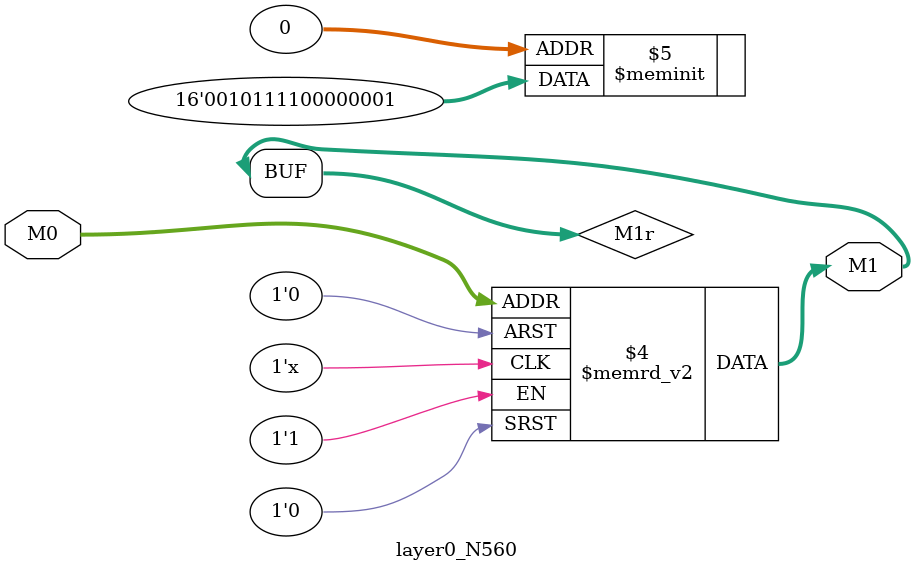
<source format=v>
module layer0_N560 ( input [2:0] M0, output [1:0] M1 );

	(*rom_style = "distributed" *) reg [1:0] M1r;
	assign M1 = M1r;
	always @ (M0) begin
		case (M0)
			3'b000: M1r = 2'b01;
			3'b100: M1r = 2'b11;
			3'b010: M1r = 2'b00;
			3'b110: M1r = 2'b10;
			3'b001: M1r = 2'b00;
			3'b101: M1r = 2'b11;
			3'b011: M1r = 2'b00;
			3'b111: M1r = 2'b00;

		endcase
	end
endmodule

</source>
